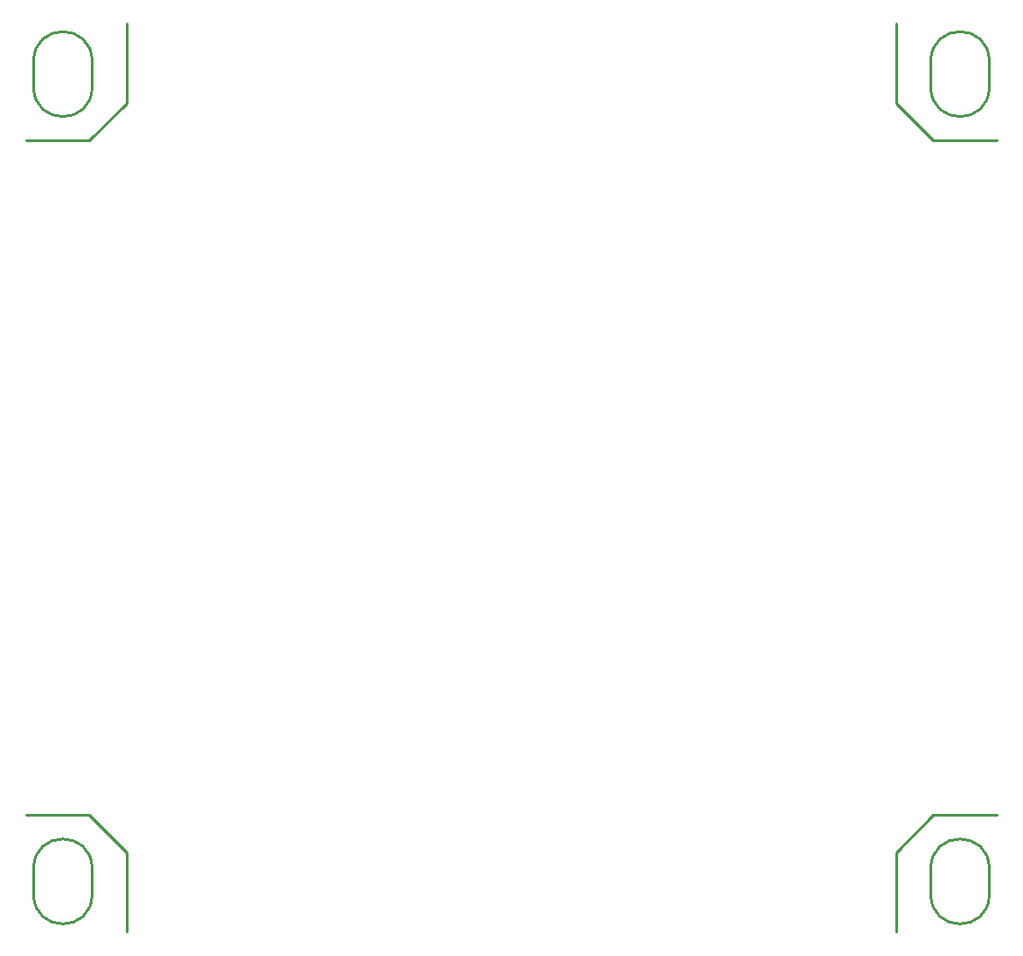
<source format=gbo>
G04*
G04 #@! TF.GenerationSoftware,Altium Limited,Altium Designer,21.9.2 (33)*
G04*
G04 Layer_Color=32896*
%FSLAX25Y25*%
%MOIN*%
G70*
G04*
G04 #@! TF.SameCoordinates,034F36C6-47A8-4C4D-BE73-3EC9485E6904*
G04*
G04*
G04 #@! TF.FilePolarity,Positive*
G04*
G01*
G75*
%ADD10C,0.01000*%
D10*
X337598Y15748D02*
G03*
X359252Y15748I10827J0D01*
G01*
Y25591D02*
G03*
X337598Y25591I-10827J0D01*
G01*
X4921Y15748D02*
G03*
X26575Y15748I10827J0D01*
G01*
Y25591D02*
G03*
X4921Y25591I-10827J0D01*
G01*
X359252Y324803D02*
G03*
X337598Y324803I-10827J0D01*
G01*
Y314961D02*
G03*
X359252Y314961I10827J0D01*
G01*
X4921D02*
G03*
X26575Y314961I10827J0D01*
G01*
Y324803D02*
G03*
X4921Y324803I-10827J0D01*
G01*
X338583Y45276D02*
X362205D01*
X324803Y31496D02*
X338583Y45276D01*
X324803Y1969D02*
Y31496D01*
X1969Y45276D02*
X25591D01*
X39370Y31496D01*
Y1969D02*
Y31496D01*
X1969Y295276D02*
X25591D01*
X39370Y309055D01*
Y338583D01*
X338583Y295276D02*
X362205D01*
X324803Y309055D02*
X338583Y295276D01*
X324803Y309055D02*
Y338583D01*
X337598Y15748D02*
Y25591D01*
X359252Y15748D02*
Y25591D01*
X4921Y15748D02*
Y25591D01*
X26575Y15748D02*
Y25591D01*
X359252Y314961D02*
Y324803D01*
X337598Y314961D02*
Y324803D01*
X4921Y314961D02*
Y324803D01*
X26575Y314961D02*
Y324803D01*
M02*

</source>
